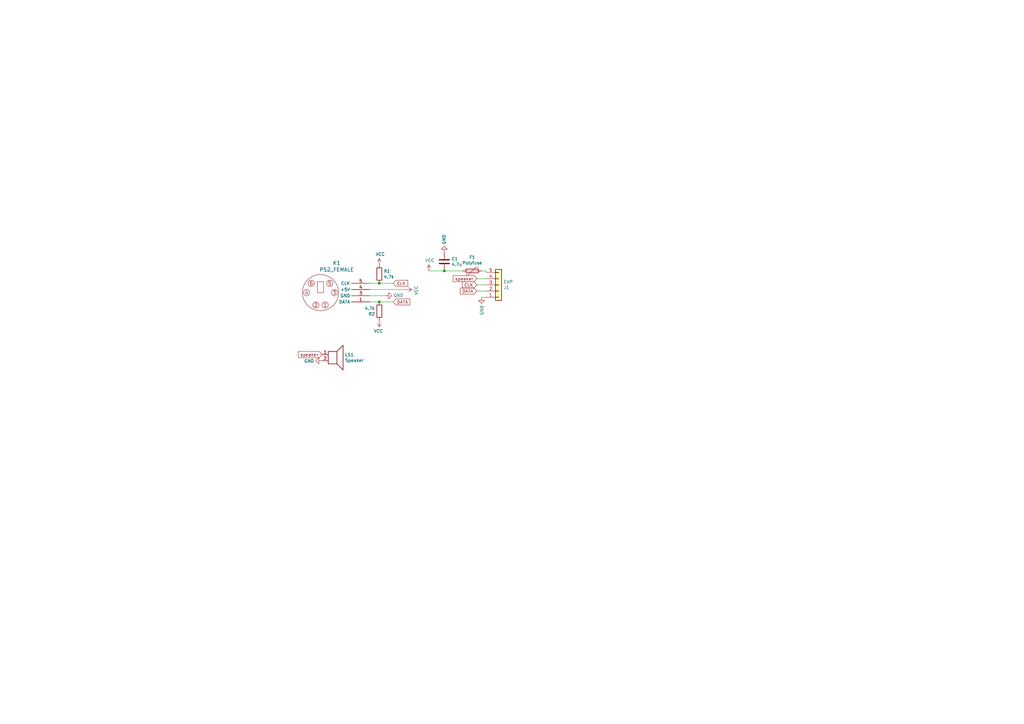
<source format=kicad_sch>
(kicad_sch (version 20230121) (generator eeschema)
  (paper "A3")
  (lib_symbols
    (symbol "Connector_Generic:Conn_01x05" (pin_names hide)
      (property "Reference" "J" (at 0 7.62 0))
      (property "Value" "Conn_01x05" (at 0 -7.62 0))
      (symbol "Conn_01x05_1_1"
        (rectangle (start -1.27 -4.953) (end 0 -5.207))
        (rectangle (start -1.27 -2.413) (end 0 -2.667))
        (rectangle (start -1.27 0.127) (end 0 -0.127))
        (rectangle (start -1.27 2.667) (end 0 2.413))
        (rectangle (start -1.27 5.207) (end 0 4.953))
        (rectangle (start -1.27 6.35) (end 1.27 -6.35) (stroke (width 0.254)) (fill (type background)))
        (pin passive line (at -5.08 5.08 0) (length 3.81) (name "Pin_1") (number "1"))
        (pin passive line (at -5.08 2.54 0) (length 3.81) (name "Pin_2") (number "2"))
        (pin passive line (at -5.08 0 0) (length 3.81) (name "Pin_3") (number "3"))
        (pin passive line (at -5.08 -2.54 0) (length 3.81) (name "Pin_4") (number "4"))
        (pin passive line (at -5.08 -5.08 0) (length 3.81) (name "Pin_5") (number "5"))
      )
    )
    (symbol "Device:C" (pin_numbers hide) (pin_names (offset 0.254))
      (property "Reference" "C" (at 0.635 2.54 0))
      (property "Value" "C" (at 0.635 -2.54 0))
      (symbol "C_0_1"
        (polyline (pts (xy -2.032 -0.762) (xy 2.032 -0.762)) (stroke (width 0.508)))
        (polyline (pts (xy -2.032 0.762) (xy 2.032 0.762)) (stroke (width 0.508)))
      )
      (symbol "C_1_1"
        (pin passive line (at 0 3.81 270) (length 2.794) (name "~") (number "1"))
        (pin passive line (at 0 -3.81 90) (length 2.794) (name "~") (number "2"))
      )
    )
    (symbol "Device:Polyfuse" (pin_numbers hide) (pin_names (offset 0))
      (property "Reference" "F" (at -2.54 0 90))
      (property "Value" "Polyfuse" (at 2.54 0 90))
      (symbol "Polyfuse_0_1"
        (rectangle (start -0.762 2.54) (end 0.762 -2.54) (stroke (width 0.254)))
        (polyline (pts (xy 0 2.54) (xy 0 -2.54)))
        (polyline (pts (xy -1.524 2.54) (xy -1.524 1.524) (xy 1.524 -1.524) (xy 1.524 -2.54)))
      )
      (symbol "Polyfuse_1_1"
        (pin passive line (at 0 3.81 270) (length 1.27) (name "~") (number "1"))
        (pin passive line (at 0 -3.81 90) (length 1.27) (name "~") (number "2"))
      )
    )
    (symbol "Device:R" (pin_numbers hide) (pin_names (offset 0))
      (property "Reference" "R" (at 2.032 0 90))
      (property "Value" "R" (at 0 0 90))
      (symbol "R_0_1"
        (rectangle (start -1.016 -2.54) (end 1.016 2.54) (stroke (width 0.254)))
      )
      (symbol "R_1_1"
        (pin passive line (at 0 3.81 270) (length 1.27) (name "~") (number "1"))
        (pin passive line (at 0 -3.81 90) (length 1.27) (name "~") (number "2"))
      )
    )
    (symbol "Device:Speaker" (pin_names (offset 0) hide)
      (property "Reference" "LS" (at 1.27 5.715 0))
      (property "Value" "Speaker" (at 1.27 3.81 0))
      (symbol "Speaker_0_0"
        (rectangle (start -2.54 1.27) (end 1.016 -3.81) (stroke (width 0.254)))
        (polyline (pts (xy 1.016 1.27) (xy 3.556 3.81) (xy 3.556 -6.35) (xy 1.016 -3.81)) (stroke (width 0.254)))
      )
      (symbol "Speaker_1_1"
        (pin input line (at -5.08 0 0) (length 2.54) (name "1") (number "1"))
        (pin input line (at -5.08 -2.54 0) (length 2.54) (name "2") (number "2"))
      )
    )
    (symbol "Power:GND" (power) (pin_names (offset 0))
      (property "Value" "GND" (at 0 -3.81 0))
      (symbol "GND_0_1"
        (polyline (pts (xy 0 0) (xy 0 -1.27) (xy 1.27 -1.27) (xy 0 -2.54) (xy -1.27 -1.27) (xy 0 -1.27)))
      )
      (symbol "GND_1_1"
        (pin power_in line (at 0 0 270) (length 0) hide (name "GND") (number "1"))
      )
    )
    (symbol "Power:VCC" (power) (pin_names (offset 0))
      (property "Value" "VCC" (at 0 3.81 0))
      (symbol "VCC_0_1"
        (polyline (pts (xy -0.762 1.27) (xy 0 2.54)))
        (polyline (pts (xy 0 0) (xy 0 2.54)))
        (polyline (pts (xy 0 2.54) (xy 0.762 1.27)))
      )
      (symbol "VCC_1_1"
        (pin power_in line (at 0 0 90) (length 0) hide (name "VCC") (number "1"))
      )
    )
    (symbol "keyboard_parts:PS2_FEMALE"
      (property "Reference" "K" (at 0 -9.525 0))
      (property "Value" "PS2_FEMALE" (at 0.635 9.525 0))
      (symbol "PS2_FEMALE_0_0"
        (text "1" (at 1.905 -5.08 0) (effects (font (size 1.524 1.524))))
        (text "2" (at -1.905 -5.08 0) (effects (font (size 1.524 1.524))))
        (text "3" (at 5.715 0 0) (effects (font (size 1.524 1.524))))
        (text "4" (at -5.715 0 0) (effects (font (size 1.524 1.524))))
        (text "5" (at 3.81 3.81 0) (effects (font (size 1.524 1.524))))
        (text "6" (at -3.81 3.81 0) (effects (font (size 1.524 1.524))))
      )
      (symbol "PS2_FEMALE_0_1"
        (circle (center -5.715 0) (radius 1.27))
        (circle (center -3.81 3.81) (radius 1.27))
        (circle (center -1.905 -5.08) (radius 1.27))
        (rectangle (start -1.27 4.445) (end 1.27 0))
        (circle (center 0 0) (radius 7.4168))
        (circle (center 1.905 -5.08) (radius 1.27))
        (circle (center 3.81 3.81) (radius 1.27))
        (circle (center 5.715 0) (radius 1.27))
      )
      (symbol "PS2_FEMALE_1_1"
        (pin input line (at 20.32 -3.81 180) (length 7.62) (name "DATA") (number "1"))
        (pin input line (at 20.32 -1.27 180) (length 7.62) (name "GND") (number "3"))
        (pin power_in line (at 20.32 1.27 180) (length 7.62) (name "+5V") (number "4"))
        (pin input line (at 20.32 3.81 180) (length 7.62) (name "CLK") (number "5"))
      )
    )
  )
  (junction (at 155.575 116.205))
  (junction (at 155.575 123.825))
  (junction (at 182.245 111.125))
  (wire (pts (xy 197.485 121.92) (xy 199.39 121.92)))
  (wire (pts (xy 151.765 118.745) (xy 166.37 118.745)))
  (wire (pts (xy 155.575 123.825) (xy 161.29 123.825)))
  (wire (pts (xy 197.485 111.125) (xy 199.39 111.125)))
  (wire (pts (xy 195.58 114.3) (xy 199.39 114.3)))
  (wire (pts (xy 151.765 123.825) (xy 155.575 123.825)))
  (wire (pts (xy 182.245 111.125) (xy 189.865 111.125)))
  (wire (pts (xy 195.58 116.84) (xy 199.39 116.84)))
  (wire (pts (xy 151.765 121.285) (xy 158.115 121.285)))
  (wire (pts (xy 155.575 116.205) (xy 161.29 116.205)))
  (wire (pts (xy 195.58 119.38) (xy 199.39 119.38)))
  (wire (pts (xy 175.895 111.125) (xy 182.245 111.125)))
  (wire (pts (xy 199.39 111.125) (xy 199.39 111.76)))
  (wire (pts (xy 151.765 116.205) (xy 155.575 116.205)))
  (global_label "speaker" (shape input) (at 195.58 114.3 180) (property "Intersheetrefs" "${INTERSHEET_REFS}" (effects hide)))
  (global_label "CLK" (shape input) (at 161.29 116.205 0) (property "Intersheetrefs" "${INTERSHEET_REFS}" (effects hide)))
  (global_label "CLK" (shape input) (at 195.58 116.84 180) (property "Intersheetrefs" "${INTERSHEET_REFS}" (effects hide)))
  (global_label "speaker" (shape input) (at 132.08 145.415 180) (property "Intersheetrefs" "${INTERSHEET_REFS}" (effects hide)))
  (global_label "DATA" (shape input) (at 161.29 123.825 0) (property "Intersheetrefs" "${INTERSHEET_REFS}" (effects hide)))
  (global_label "DATA" (shape input) (at 195.58 119.38 180) (property "Intersheetrefs" "${INTERSHEET_REFS}" (effects hide)))
  (symbol (lib_id "Connector_Generic:Conn_01x05") (at 204.47 116.84 0) (mirror x) (unit 1)
    (property "Reference" "J1" (at 206.502 117.939 0) (effects (justify left)))
    (property "Value" "EXP" (at 206.502 115.64 0) (effects (justify left)))
    (property "Footprint" "Connector_JST:JST_SH_SM05B-SRSS-TB_1x05-1MP_P1.00mm_Horizontal" (effects hide))
  )
  (symbol (lib_id "Device:R") (at 155.575 127.635 0) (unit 1)
    (property "Reference" "R2" (at 153.797 128.784 0) (effects (justify right)))
    (property "Value" "4.7k" (at 153.797 126.486 0) (effects (justify right)))
    (property "Footprint" "Keeb_components:R_0805" (effects hide))
  )
  (symbol (lib_id "Device:Speaker") (at 137.16 145.415 0) (unit 1)
    (property "Reference" "LS1" (at 141.4781 145.5356 0) (effects (justify left)))
    (property "Value" "Speaker" (at 141.4781 147.8343 0) (effects (justify left)))
    (property "Footprint" "Keeb_components:speaker_AST1109MLTRQ" (effects hide))
  )
  (symbol (lib_id "Power:GND") (at 132.08 147.955 270) (unit 1)
    (property "Reference" "#PWR01" (effects hide))
    (property "Value" "GND" (at 128.8288 148.082 90) (effects (justify right)))
  )
  (symbol (lib_id "Device:R") (at 155.575 112.395 180) (unit 1)
    (property "Reference" "R1" (at 157.353 111.246 0) (effects (justify right)))
    (property "Value" "4.7k" (at 157.353 113.544 0) (effects (justify right)))
    (property "Footprint" "Keeb_components:R_0805" (effects hide))
  )
  (symbol (lib_id "Power:VCC") (at 155.575 131.445 180) (unit 1)
    (property "Reference" "#PWR0104" (effects hide))
    (property "Value" "VCC" (at 155.2067 135.7694 0))
  )
  (symbol (lib_id "Power:VCC") (at 175.895 111.125 0) (unit 1)
    (property "Reference" "#PWR05" (effects hide))
    (property "Value" "VCC" (at 176.2633 106.8006 0))
  )
  (symbol (lib_id "Device:Polyfuse") (at 193.675 111.125 90) (unit 1)
    (property "Reference" "F1" (at 193.675 105.518 90))
    (property "Value" "Polyfuse" (at 193.675 107.8165 90))
    (property "Footprint" "Keeb_components:R_0805" (effects hide))
  )
  (symbol (lib_id "Power:GND") (at 158.115 121.285 90) (unit 1)
    (property "Reference" "#PWR0103" (effects hide))
    (property "Value" "GND" (at 161.3662 121.158 90) (effects (justify right)))
  )
  (symbol (lib_id "Device:C") (at 182.245 107.315 180) (unit 1)
    (property "Reference" "C1" (at 185.166 106.166 0) (effects (justify right)))
    (property "Value" "4.7u" (at 185.166 108.464 0) (effects (justify right)))
    (property "Footprint" "Keeb_components:C_0805" (effects hide))
  )
  (symbol (lib_id "Power:VCC") (at 166.37 118.745 270) (unit 1)
    (property "Reference" "#PWR0101" (effects hide))
    (property "Value" "VCC" (at 170.6944 119.1133 0))
  )
  (symbol (lib_id "keyboard_parts:PS2_FEMALE") (at 131.445 120.015 0) (unit 1)
    (property "Reference" "K1" (at 138.0871 107.9017 0) (effects (font (size 1.524 1.524))))
    (property "Value" "PS2_FEMALE" (at 138.0871 110.6093 0) (effects (font (size 1.524 1.524))))
    (property "Footprint" "footprints:ps2_connector" (effects hide))
  )
  (symbol (lib_id "Power:GND") (at 182.245 103.505 180) (unit 1)
    (property "Reference" "#PWR0105" (effects hide))
    (property "Value" "GND" (at 182.118 100.2538 90) (effects (justify right)))
  )
  (symbol (lib_id "Power:GND") (at 197.485 121.92 0) (unit 1)
    (property "Reference" "#PWR06" (effects hide))
    (property "Value" "GND" (at 197.612 125.1712 90) (effects (justify right)))
  )
  (symbol (lib_id "Power:VCC") (at 155.575 108.585 0) (unit 1)
    (property "Reference" "#PWR0102" (effects hide))
    (property "Value" "VCC" (at 155.9433 104.2606 0))
  )
)
</source>
